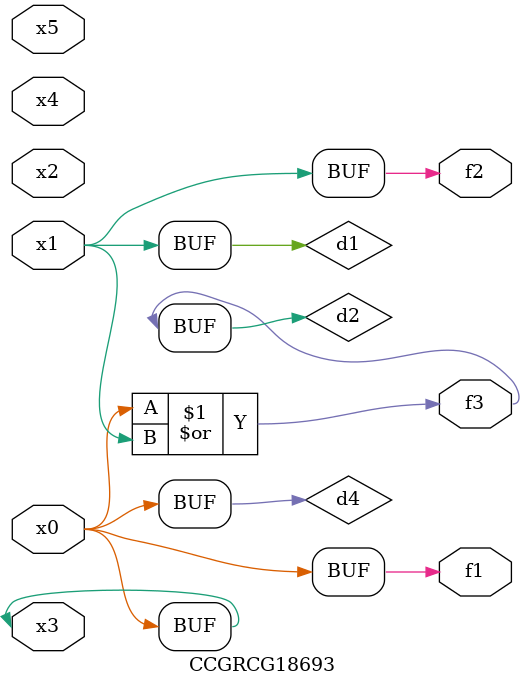
<source format=v>
module CCGRCG18693(
	input x0, x1, x2, x3, x4, x5,
	output f1, f2, f3
);

	wire d1, d2, d3, d4;

	and (d1, x1);
	or (d2, x0, x1);
	nand (d3, x0, x5);
	buf (d4, x0, x3);
	assign f1 = d4;
	assign f2 = d1;
	assign f3 = d2;
endmodule

</source>
